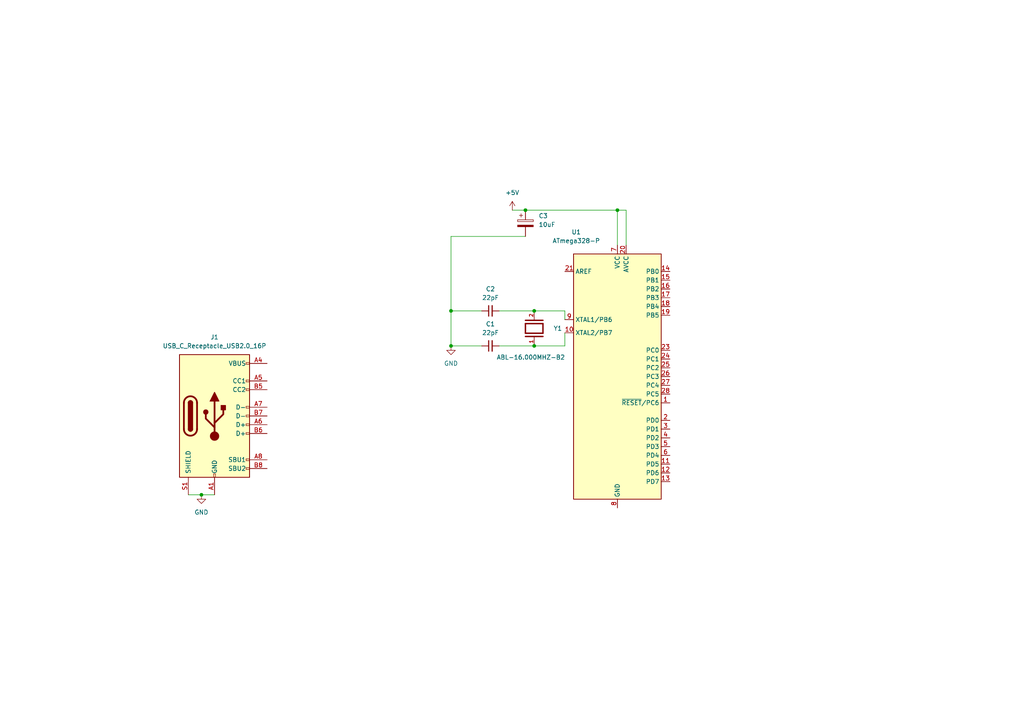
<source format=kicad_sch>
(kicad_sch (version 20231120) (generator "eeschema") (generator_version "8.0")
  (paper "A4")
  (lib_symbols
    (symbol "Connector:USB_C_Receptacle_USB2.0_16P" (pin_names (offset 1.016))
      (property "Reference" "J" (at 0 22.225 0))
      (property "Value" "USB_C_Receptacle_USB2.0_16P" (at 0 19.685 0))
      (symbol "USB_C_Receptacle_USB2.0_16P_0_0"
        (rectangle (start -0.254 -17.78) (end 0.254 -16.764))
        (rectangle (start 10.16 -14.986) (end 9.144 -15.494))
        (rectangle (start 10.16 -12.446) (end 9.144 -12.954))
        (rectangle (start 10.16 -4.826) (end 9.144 -5.334))
        (rectangle (start 10.16 -2.286) (end 9.144 -2.794))
        (rectangle (start 10.16 0.254) (end 9.144 -0.254))
        (rectangle (start 10.16 2.794) (end 9.144 2.286))
        (rectangle (start 10.16 7.874) (end 9.144 7.366))
        (rectangle (start 10.16 10.414) (end 9.144 9.906))
        (rectangle (start 10.16 15.494) (end 9.144 14.986))
      )
      (symbol "USB_C_Receptacle_USB2.0_16P_0_1"
        (rectangle (start -10.16 17.78) (end 10.16 -17.78) (stroke (width 0.254)) (fill (type background)))
        (arc (start -8.89 -3.81) (mid -6.985 -5.7067) (end -5.08 -3.81) (stroke (width 0.508)))
        (arc (start -7.62 -3.81) (mid -6.985 -4.4423) (end -6.35 -3.81) (stroke (width 0.254)))
        (arc (start -7.62 -3.81) (mid -6.985 -4.4423) (end -6.35 -3.81) (stroke (width 0.254)) (fill (type outline)))
        (rectangle (start -7.62 -3.81) (end -6.35 3.81) (stroke (width 0.254)) (fill (type outline)))
        (arc (start -6.35 3.81) (mid -6.985 4.4423) (end -7.62 3.81) (stroke (width 0.254)))
        (arc (start -6.35 3.81) (mid -6.985 4.4423) (end -7.62 3.81) (stroke (width 0.254)) (fill (type outline)))
        (arc (start -5.08 3.81) (mid -6.985 5.7067) (end -8.89 3.81) (stroke (width 0.508)))
        (circle (center -2.54 1.143) (radius 0.635) (stroke (width 0.254)) (fill (type outline)))
        (circle (center 0 -5.842) (radius 1.27) (fill (type outline)))
        (polyline (pts (xy -8.89 -3.81) (xy -8.89 3.81)) (stroke (width 0.508)))
        (polyline (pts (xy -5.08 3.81) (xy -5.08 -3.81)) (stroke (width 0.508)))
        (polyline (pts (xy 0 -5.842) (xy 0 4.318)) (stroke (width 0.508)))
        (polyline (pts (xy 0 -3.302) (xy -2.54 -0.762) (xy -2.54 0.508)) (stroke (width 0.508)))
        (polyline (pts (xy 0 -2.032) (xy 2.54 0.508) (xy 2.54 1.778)) (stroke (width 0.508)))
        (polyline (pts (xy -1.27 4.318) (xy 0 6.858) (xy 1.27 4.318) (xy -1.27 4.318)) (stroke (width 0.254)) (fill (type outline)))
        (rectangle (start 1.905 1.778) (end 3.175 3.048) (stroke (width 0.254)) (fill (type outline)))
      )
      (symbol "USB_C_Receptacle_USB2.0_16P_1_1"
        (pin passive line (at 0 -22.86 90) (length 5.08) (name "GND") (number "A1"))
        (pin passive line (at 0 -22.86 90) (length 5.08) hide (name "GND") (number "A12"))
        (pin passive line (at 15.24 15.24 180) (length 5.08) (name "VBUS") (number "A4"))
        (pin bidirectional line (at 15.24 10.16 180) (length 5.08) (name "CC1") (number "A5"))
        (pin bidirectional line (at 15.24 -2.54 180) (length 5.08) (name "D+") (number "A6"))
        (pin bidirectional line (at 15.24 2.54 180) (length 5.08) (name "D-") (number "A7"))
        (pin bidirectional line (at 15.24 -12.7 180) (length 5.08) (name "SBU1") (number "A8"))
        (pin passive line (at 15.24 15.24 180) (length 5.08) hide (name "VBUS") (number "A9"))
        (pin passive line (at 0 -22.86 90) (length 5.08) hide (name "GND") (number "B1"))
        (pin passive line (at 0 -22.86 90) (length 5.08) hide (name "GND") (number "B12"))
        (pin passive line (at 15.24 15.24 180) (length 5.08) hide (name "VBUS") (number "B4"))
        (pin bidirectional line (at 15.24 7.62 180) (length 5.08) (name "CC2") (number "B5"))
        (pin bidirectional line (at 15.24 -5.08 180) (length 5.08) (name "D+") (number "B6"))
        (pin bidirectional line (at 15.24 0 180) (length 5.08) (name "D-") (number "B7"))
        (pin bidirectional line (at 15.24 -15.24 180) (length 5.08) (name "SBU2") (number "B8"))
        (pin passive line (at 15.24 15.24 180) (length 5.08) hide (name "VBUS") (number "B9"))
        (pin passive line (at -7.62 -22.86 90) (length 5.08) (name "SHIELD") (number "S1"))
      )
    )
    (symbol "Device:C_Polarized" (pin_numbers hide) (pin_names (offset 0.254))
      (property "Reference" "C" (at 0.635 2.54 0))
      (property "Value" "C_Polarized" (at 0.635 -2.54 0))
      (symbol "C_Polarized_0_1"
        (rectangle (start -2.286 0.508) (end 2.286 1.016))
        (polyline (pts (xy -1.778 2.286) (xy -0.762 2.286)))
        (polyline (pts (xy -1.27 2.794) (xy -1.27 1.778)))
        (rectangle (start 2.286 -0.508) (end -2.286 -1.016) (fill (type outline)))
      )
      (symbol "C_Polarized_1_1"
        (pin passive line (at 0 3.81 270) (length 2.794) (name "~") (number "1"))
        (pin passive line (at 0 -3.81 90) (length 2.794) (name "~") (number "2"))
      )
    )
    (symbol "Device:C_Small" (pin_numbers hide) (pin_names (offset 0.254) hide)
      (property "Reference" "C" (at 0.254 1.778 0))
      (property "Value" "C_Small" (at 0.254 -2.032 0))
      (symbol "C_Small_0_1"
        (polyline (pts (xy -1.524 -0.508) (xy 1.524 -0.508)) (stroke (width 0.3302)))
        (polyline (pts (xy -1.524 0.508) (xy 1.524 0.508)) (stroke (width 0.3048)))
      )
      (symbol "C_Small_1_1"
        (pin passive line (at 0 2.54 270) (length 2.032) (name "~") (number "1"))
        (pin passive line (at 0 -2.54 90) (length 2.032) (name "~") (number "2"))
      )
    )
    (symbol "MCU_Microchip_ATmega:ATmega328-P"
      (property "Reference" "U1" (at -21.59 36.7986 0))
      (property "Value" "ATmega328-P" (at -21.59 34.2586 0))
      (symbol "ATmega328-P_0_1"
        (rectangle (start -12.7 35.56) (end 12.7 -35.56) (stroke (width 0.254)) (fill (type background)))
      )
      (symbol "ATmega328-P_1_1"
        (pin bidirectional line (at 15.24 -7.62 180) (length 2.54) (name "~{RESET}/PC6") (number "1"))
        (pin bidirectional line (at -15.24 12.7 0) (length 2.54) (name "XTAL2/PB7") (number "10"))
        (pin bidirectional line (at 15.24 -25.4 180) (length 2.54) (name "PD5") (number "11"))
        (pin bidirectional line (at 15.24 -27.94 180) (length 2.54) (name "PD6") (number "12"))
        (pin bidirectional line (at 15.24 -30.48 180) (length 2.54) (name "PD7") (number "13"))
        (pin bidirectional line (at 15.24 30.48 180) (length 2.54) (name "PB0") (number "14"))
        (pin bidirectional line (at 15.24 27.94 180) (length 2.54) (name "PB1") (number "15"))
        (pin bidirectional line (at 15.24 25.4 180) (length 2.54) (name "PB2") (number "16"))
        (pin bidirectional line (at 15.24 22.86 180) (length 2.54) (name "PB3") (number "17"))
        (pin bidirectional line (at 15.24 20.32 180) (length 2.54) (name "PB4") (number "18"))
        (pin bidirectional line (at 15.24 17.78 180) (length 2.54) (name "PB5") (number "19"))
        (pin bidirectional line (at 15.24 -12.7 180) (length 2.54) (name "PD0") (number "2"))
        (pin power_in line (at 2.54 38.1 270) (length 2.54) (name "AVCC") (number "20"))
        (pin passive line (at -15.24 30.48 0) (length 2.54) (name "AREF") (number "21"))
        (pin passive line (at 0 -38.1 90) (length 2.54) hide (name "GND") (number "22"))
        (pin bidirectional line (at 15.24 7.62 180) (length 2.54) (name "PC0") (number "23"))
        (pin bidirectional line (at 15.24 5.08 180) (length 2.54) (name "PC1") (number "24"))
        (pin bidirectional line (at 15.24 2.54 180) (length 2.54) (name "PC2") (number "25"))
        (pin bidirectional line (at 15.24 0 180) (length 2.54) (name "PC3") (number "26"))
        (pin bidirectional line (at 15.24 -2.54 180) (length 2.54) (name "PC4") (number "27"))
        (pin bidirectional line (at 15.24 -5.08 180) (length 2.54) (name "PC5") (number "28"))
        (pin bidirectional line (at 15.24 -15.24 180) (length 2.54) (name "PD1") (number "3"))
        (pin bidirectional line (at 15.24 -17.78 180) (length 2.54) (name "PD2") (number "4"))
        (pin bidirectional line (at 15.24 -20.32 180) (length 2.54) (name "PD3") (number "5"))
        (pin bidirectional line (at 15.24 -22.86 180) (length 2.54) (name "PD4") (number "6"))
        (pin power_in line (at 0 38.1 270) (length 2.54) (name "VCC") (number "7"))
        (pin power_in line (at 0 -38.1 90) (length 2.54) (name "GND") (number "8"))
        (pin bidirectional line (at -15.24 16.51 0) (length 2.54) (name "XTAL1/PB6") (number "9"))
      )
    )
    (symbol "crystal-osc:ABL-16.000MHZ-B2" (pin_names (offset 1.016))
      (property "Reference" "Y" (at -5.0878 3.8159 0))
      (property "Value" "ABL-16.000MHZ-B2" (at -5.0944 -5.0944 0))
      (symbol "ABL-16.000MHZ-B2_0_0"
        (polyline (pts (xy -2.3368 2.54) (xy -2.3368 -2.54)) (stroke (width 0.4064)))
        (polyline (pts (xy -1.397 2.54) (xy -1.397 -2.54)) (stroke (width 0.4064)))
        (polyline (pts (xy -1.397 2.54) (xy 1.397 2.54)) (stroke (width 0.4064)))
        (polyline (pts (xy 1.397 -2.54) (xy -1.397 -2.54)) (stroke (width 0.4064)))
        (polyline (pts (xy 1.397 2.54) (xy 1.397 -2.54)) (stroke (width 0.4064)))
        (polyline (pts (xy 2.3368 2.54) (xy 2.3368 -2.54)) (stroke (width 0.4064)))
        (pin passive line (at -5.08 0 0) (length 2.54) (name "~") (number "1"))
        (pin passive line (at 5.08 0 180) (length 2.54) (name "~") (number "2"))
      )
    )
    (symbol "power:+5V" (power) (pin_numbers hide) (pin_names (offset 0) hide)
      (property "Value" "+5V" (at 0 3.556 0))
      (symbol "+5V_0_1"
        (polyline (pts (xy -0.762 1.27) (xy 0 2.54)))
        (polyline (pts (xy 0 0) (xy 0 2.54)))
        (polyline (pts (xy 0 2.54) (xy 0.762 1.27)))
      )
      (symbol "+5V_1_1"
        (pin power_in line (at 0 0 90) (length 0) (name "~") (number "1"))
      )
    )
    (symbol "power:GND" (power) (pin_numbers hide) (pin_names (offset 0) hide)
      (property "Value" "GND" (at 0 -3.81 0))
      (symbol "GND_0_1"
        (polyline (pts (xy 0 0) (xy 0 -1.27) (xy 1.27 -1.27) (xy 0 -2.54) (xy -1.27 -1.27) (xy 0 -1.27)))
      )
      (symbol "GND_1_1"
        (pin power_in line (at 0 0 270) (length 0) (name "~") (number "1"))
      )
    )
  )
  (junction (at 154.94 90.17))
  (junction (at 179.07 60.96))
  (junction (at 130.81 100.33))
  (junction (at 130.81 90.17))
  (junction (at 154.94 100.33))
  (junction (at 152.4 60.96))
  (junction (at 58.42 143.51))
  (wire (pts (xy 54.61 143.51) (xy 58.42 143.51)))
  (wire (pts (xy 130.81 68.58) (xy 130.81 90.17)))
  (wire (pts (xy 130.81 90.17) (xy 130.81 100.33)))
  (wire (pts (xy 58.42 143.51) (xy 62.23 143.51)))
  (wire (pts (xy 130.81 100.33) (xy 139.7 100.33)))
  (wire (pts (xy 179.07 60.96) (xy 179.07 71.12)))
  (wire (pts (xy 144.78 90.17) (xy 154.94 90.17)))
  (wire (pts (xy 163.83 90.17) (xy 163.83 92.71)))
  (wire (pts (xy 154.94 90.17) (xy 163.83 90.17)))
  (wire (pts (xy 163.83 100.33) (xy 163.83 96.52)))
  (wire (pts (xy 152.4 60.96) (xy 179.07 60.96)))
  (wire (pts (xy 139.7 90.17) (xy 130.81 90.17)))
  (wire (pts (xy 163.83 100.33) (xy 154.94 100.33)))
  (wire (pts (xy 152.4 68.58) (xy 130.81 68.58)))
  (wire (pts (xy 148.59 60.96) (xy 152.4 60.96)))
  (wire (pts (xy 181.61 60.96) (xy 181.61 71.12)))
  (wire (pts (xy 179.07 60.96) (xy 181.61 60.96)))
  (wire (pts (xy 144.78 100.33) (xy 154.94 100.33)))
  (symbol (lib_id "Device:C_Polarized") (at 152.4 64.77 0) (unit 1)
    (property "Reference" "C3" (at 156.21 62.6109 0) (effects (justify left)))
    (property "Value" "10uF" (at 156.21 65.1509 0) (effects (justify left)))
    (property "Footprint" "Library:U1-S_NCH" (effects (hide yes)))
    (property "Description" "Polarized capacitor" (effects (hide yes)))
  )
  (symbol (lib_id "power:GND") (at 58.42 143.51 0) (unit 1)
    (property "Reference" "#PWR03" (effects (hide yes)))
    (property "Value" "GND" (at 58.42 148.59 0))
    (property "Description" "Power symbol creates a global label with name \"GND\" , ground" (effects (hide yes)))
  )
  (symbol (lib_id "Connector:USB_C_Receptacle_USB2.0_16P") (at 62.23 120.65 0) (unit 1)
    (property "Reference" "J1" (at 62.23 97.79 0))
    (property "Value" "USB_C_Receptacle_USB2.0_16P" (at 62.23 100.33 0))
    (property "Footprint" "Connector_USB:USB_C_Receptacle_GCT_USB4110" (effects (hide yes)))
    (property "Datasheet" "https://www.usb.org/sites/default/files/documents/usb_type-c.zip" (effects (hide yes)))
    (property "Description" "USB 2.0-only 16P Type-C Receptacle connector" (effects (hide yes)))
  )
  (symbol (lib_id "power:GND") (at 130.81 100.33 0) (unit 1)
    (property "Reference" "#PWR02" (effects (hide yes)))
    (property "Value" "GND" (at 130.81 105.41 0))
    (property "Description" "Power symbol creates a global label with name \"GND\" , ground" (effects (hide yes)))
  )
  (symbol (lib_id "Device:C_Small") (at 142.24 100.33 90) (unit 1)
    (property "Reference" "C1" (at 142.2463 93.98 90))
    (property "Value" "22pF" (at 142.2463 96.52 90))
    (property "Footprint" "Library:CAP_K220J15C0GF53L2_VIS" (effects (hide yes)))
    (property "Description" "Unpolarized capacitor, small symbol" (effects (hide yes)))
  )
  (symbol (lib_id "Device:C_Small") (at 142.24 90.17 90) (unit 1)
    (property "Reference" "C2" (at 142.2463 83.82 90))
    (property "Value" "22pF" (at 142.2463 86.36 90))
    (property "Footprint" "Library:CAP_K220J15C0GF53L2_VIS" (effects (hide yes)))
    (property "Description" "Unpolarized capacitor, small symbol" (effects (hide yes)))
  )
  (symbol (lib_id "power:+5V") (at 148.59 60.96 0) (unit 1)
    (property "Reference" "#PWR01" (effects (hide yes)))
    (property "Value" "+5V" (at 148.59 55.88 0))
    (property "Description" "Power symbol creates a global label with name \"+5V\"" (effects (hide yes)))
  )
  (symbol (lib_id "crystal-osc:ABL-16.000MHZ-B2") (at 154.94 95.25 90) (unit 1)
    (property "Reference" "Y1" (at 160.528 95.25 90) (effects (justify right)))
    (property "Value" "ABL-16.000MHZ-B2" (at 144.018 103.632 90) (effects (justify right)))
    (property "Footprint" "Library:XTAL_HC49P488W46L1150T500H350" (effects (hide yes)))
    (property "PARTREV" "03.27.2018" (effects (hide yes)))
    (property "STANDARD" "IPC-7351B" (effects (hide yes)))
    (property "MANUFACTURER" "Abracon" (effects (hide yes)))
  )
  (symbol (lib_id "MCU_Microchip_ATmega:ATmega328-P") (at 179.07 109.22 0) (unit 1)
    (property "Reference" "U1" (at 167.132 67.31 0))
    (property "Value" "ATmega328-P" (at 167.132 69.85 0))
    (property "Footprint" "Package_DIP:DIP-28_W7.62mm" (effects (hide yes)))
    (property "Datasheet" "http://ww1.microchip.com/downloads/en/DeviceDoc/ATmega328_P%20AVR%20MCU%20with%20picoPower%20Technology%20Data%20Sheet%2040001984A.pdf" (effects (hide yes)))
    (property "Description" "16MHz, 32kB Flash, 2kB SRAM, 1kB EEPROM, DIP-28" (effects (hide yes)))
  )
)
</source>
